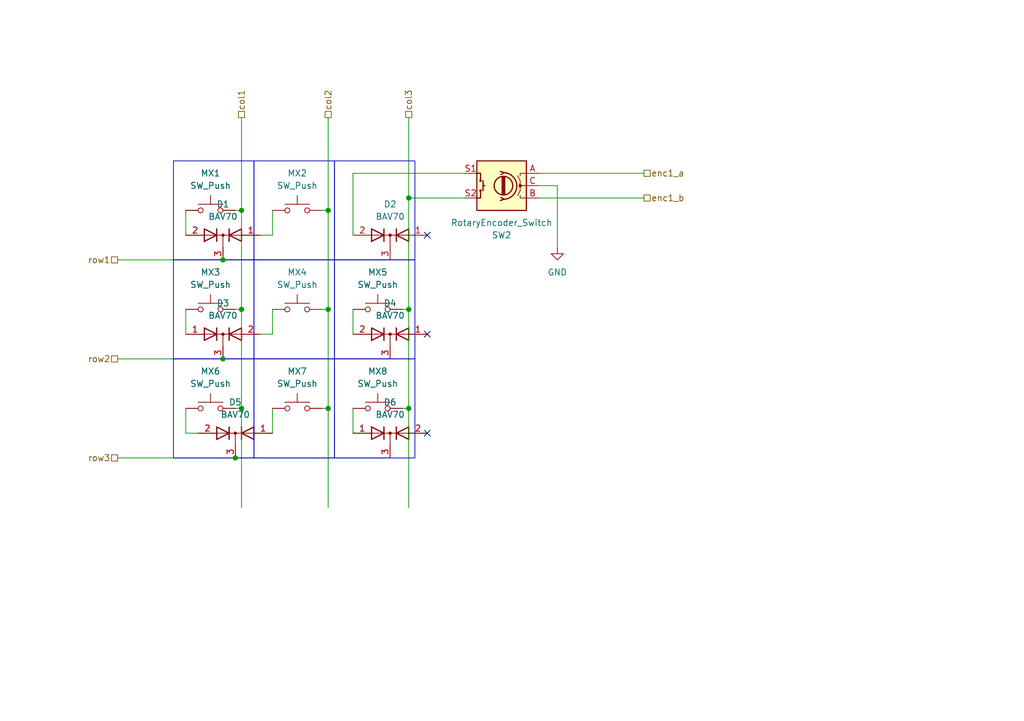
<source format=kicad_sch>
(kicad_sch (version 20231120) (generator "eeschema") (generator_version "8.0")
  (paper "A5")
  (lib_symbols
    (symbol "Device:RotaryEncoder_Switch" (pin_names (offset 0.254) hide)
      (property "Reference" "SW" (at 0 6.604 0))
      (property "Value" "RotaryEncoder_Switch" (at 0 -6.604 0))
      (symbol "RotaryEncoder_Switch_0_1"
        (rectangle (start -5.08 5.08) (end 5.08 -5.08) (stroke (width 0.254)) (fill (type background)))
        (circle (center -3.81 0) (radius 0.254) (fill (type outline)))
        (circle (center -0.381 0) (radius 1.905) (stroke (width 0.254)))
        (arc (start -0.381 2.667) (mid -3.0988 -0.0635) (end -0.381 -2.794) (stroke (width 0.254)))
        (polyline (pts (xy -0.635 -1.778) (xy -0.635 1.778)) (stroke (width 0.254)))
        (polyline (pts (xy -0.381 -1.778) (xy -0.381 1.778)) (stroke (width 0.254)))
        (polyline (pts (xy -0.127 1.778) (xy -0.127 -1.778)) (stroke (width 0.254)))
        (polyline (pts (xy 3.81 0) (xy 3.429 0)) (stroke (width 0.254)))
        (polyline (pts (xy 3.81 1.016) (xy 3.81 -1.016)) (stroke (width 0.254)))
        (polyline (pts (xy -5.08 -2.54) (xy -3.81 -2.54) (xy -3.81 -2.032)))
        (polyline (pts (xy -5.08 2.54) (xy -3.81 2.54) (xy -3.81 2.032)))
        (polyline (pts (xy 0.254 -3.048) (xy -0.508 -2.794) (xy 0.127 -2.413)) (stroke (width 0.254)))
        (polyline (pts (xy 0.254 2.921) (xy -0.508 2.667) (xy 0.127 2.286)) (stroke (width 0.254)))
        (polyline (pts (xy 5.08 -2.54) (xy 4.318 -2.54) (xy 4.318 -1.016)) (stroke (width 0.254)))
        (polyline (pts (xy 5.08 2.54) (xy 4.318 2.54) (xy 4.318 1.016)) (stroke (width 0.254)))
        (polyline (pts (xy -5.08 0) (xy -3.81 0) (xy -3.81 -1.016) (xy -3.302 -2.032)))
        (polyline (pts (xy -4.318 0) (xy -3.81 0) (xy -3.81 1.016) (xy -3.302 2.032)))
        (circle (center 4.318 -1.016) (radius 0.127) (stroke (width 0.254)))
        (circle (center 4.318 1.016) (radius 0.127) (stroke (width 0.254)))
      )
      (symbol "RotaryEncoder_Switch_1_1"
        (pin passive line (at -7.62 2.54 0) (length 2.54) (name "A") (number "A"))
        (pin passive line (at -7.62 -2.54 0) (length 2.54) (name "B") (number "B"))
        (pin passive line (at -7.62 0 0) (length 2.54) (name "C") (number "C"))
        (pin passive line (at 7.62 2.54 180) (length 2.54) (name "S1") (number "S1"))
        (pin passive line (at 7.62 -2.54 180) (length 2.54) (name "S2") (number "S2"))
      )
    )
    (symbol "Diode:BAV70" (pin_names hide)
      (property "Reference" "D" (at 0.635 -2.54 0))
      (property "Value" "BAV70" (at 0 2.54 0))
      (symbol "BAV70_0_1"
        (polyline (pts (xy -3.81 0) (xy 3.81 0)))
        (polyline (pts (xy 0 0) (xy 0 -2.54)))
        (polyline (pts (xy -1.27 -1.27) (xy -1.27 1.27) (xy -1.27 1.27)) (stroke (width 0.254)))
        (polyline (pts (xy 1.27 -1.27) (xy 1.27 1.27) (xy 1.27 1.27)) (stroke (width 0.254)))
        (polyline (pts (xy -3.81 1.27) (xy -1.27 0) (xy -3.81 -1.27) (xy -3.81 1.27) (xy -3.81 1.27) (xy -3.81 1.27)) (stroke (width 0.254)))
        (polyline (pts (xy 3.81 -1.27) (xy 1.27 0) (xy 3.81 1.27) (xy 3.81 -1.27) (xy 3.81 -1.27) (xy 3.81 -1.27)) (stroke (width 0.254)))
        (circle (center 0 0) (radius 0.254) (fill (type outline)))
        (pin passive line (at -7.62 0 0) (length 3.81) (name "A") (number "1"))
        (pin passive line (at 7.62 0 180) (length 3.81) (name "A") (number "2"))
        (pin passive line (at 0 -5.08 90) (length 2.54) (name "K") (number "3"))
      )
    )
    (symbol "Switch:SW_Push" (pin_numbers hide) (pin_names (offset 1.016) hide)
      (property "Reference" "SW" (at 1.27 2.54 0))
      (property "Value" "SW_Push" (at 0 -1.524 0))
      (symbol "SW_Push_0_1"
        (circle (center -2.032 0) (radius 0.508))
        (polyline (pts (xy 0 1.27) (xy 0 3.048)))
        (polyline (pts (xy 2.54 1.27) (xy -2.54 1.27)))
        (circle (center 2.032 0) (radius 0.508))
        (pin passive line (at -5.08 0 0) (length 2.54) (name "1") (number "1"))
        (pin passive line (at 5.08 0 180) (length 2.54) (name "2") (number "2"))
      )
    )
    (symbol "power:GND" (power) (pin_numbers hide) (pin_names (offset 0) hide)
      (property "Value" "GND" (at 0 -3.81 0))
      (symbol "GND_0_1"
        (polyline (pts (xy 0 0) (xy 0 -1.27) (xy 1.27 -1.27) (xy 0 -2.54) (xy -1.27 -1.27) (xy 0 -1.27)))
      )
      (symbol "GND_1_1"
        (pin power_in line (at 0 0 270) (length 0) (name "~") (number "1"))
      )
    )
  )
  (junction (at 83.82 40.64))
  (junction (at 83.82 83.82))
  (junction (at 49.53 43.18))
  (junction (at 49.53 83.82))
  (junction (at 83.82 63.5))
  (junction (at 48.26 93.98))
  (junction (at 45.72 73.66))
  (junction (at 45.72 53.34))
  (junction (at 49.53 63.5))
  (junction (at 67.31 63.5))
  (junction (at 67.31 83.82))
  (junction (at 67.31 43.18))
  (no_connect (at 87.63 48.26))
  (no_connect (at 87.63 68.58))
  (no_connect (at 87.63 88.9))
  (wire (pts (xy 55.88 63.5) (xy 55.88 68.58)))
  (wire (pts (xy 66.04 63.5) (xy 67.31 63.5)))
  (wire (pts (xy 40.64 88.9) (xy 38.1 88.9)))
  (wire (pts (xy 83.82 63.5) (xy 83.82 83.82)))
  (wire (pts (xy 110.49 38.1) (xy 114.3 38.1)))
  (wire (pts (xy 49.53 83.82) (xy 49.53 104.14)))
  (wire (pts (xy 53.34 48.26) (xy 55.88 48.26)))
  (wire (pts (xy 72.39 83.82) (xy 72.39 88.9)))
  (wire (pts (xy 55.88 83.82) (xy 55.88 88.9)))
  (wire (pts (xy 45.72 53.34) (xy 80.01 53.34)))
  (wire (pts (xy 83.82 24.13) (xy 83.82 40.64)))
  (wire (pts (xy 66.04 83.82) (xy 67.31 83.82)))
  (wire (pts (xy 72.39 63.5) (xy 72.39 68.58)))
  (wire (pts (xy 48.26 63.5) (xy 49.53 63.5)))
  (wire (pts (xy 67.31 43.18) (xy 67.31 63.5)))
  (wire (pts (xy 67.31 83.82) (xy 67.31 104.14)))
  (wire (pts (xy 49.53 63.5) (xy 49.53 83.82)))
  (wire (pts (xy 53.34 68.58) (xy 55.88 68.58)))
  (wire (pts (xy 48.26 43.18) (xy 49.53 43.18)))
  (wire (pts (xy 55.88 43.18) (xy 55.88 48.26)))
  (wire (pts (xy 83.82 40.64) (xy 83.82 63.5)))
  (wire (pts (xy 83.82 40.64) (xy 95.25 40.64)))
  (wire (pts (xy 72.39 35.56) (xy 72.39 48.26)))
  (wire (pts (xy 38.1 88.9) (xy 38.1 83.82)))
  (wire (pts (xy 24.13 53.34) (xy 45.72 53.34)))
  (wire (pts (xy 66.04 43.18) (xy 67.31 43.18)))
  (wire (pts (xy 67.31 24.13) (xy 67.31 43.18)))
  (wire (pts (xy 24.13 93.98) (xy 48.26 93.98)))
  (wire (pts (xy 83.82 83.82) (xy 83.82 104.14)))
  (wire (pts (xy 48.26 83.82) (xy 49.53 83.82)))
  (wire (pts (xy 132.08 35.56) (xy 110.49 35.56)))
  (wire (pts (xy 45.72 73.66) (xy 80.01 73.66)))
  (wire (pts (xy 67.31 63.5) (xy 67.31 83.82)))
  (wire (pts (xy 114.3 38.1) (xy 114.3 50.8)))
  (wire (pts (xy 24.13 73.66) (xy 45.72 73.66)))
  (wire (pts (xy 48.26 93.98) (xy 80.01 93.98)))
  (wire (pts (xy 49.53 43.18) (xy 49.53 63.5)))
  (wire (pts (xy 38.1 63.5) (xy 38.1 68.58)))
  (wire (pts (xy 82.55 63.5) (xy 83.82 63.5)))
  (wire (pts (xy 49.53 24.13) (xy 49.53 43.18)))
  (wire (pts (xy 110.49 40.64) (xy 132.08 40.64)))
  (wire (pts (xy 72.39 35.56) (xy 95.25 35.56)))
  (wire (pts (xy 38.1 43.18) (xy 38.1 48.26)))
  (wire (pts (xy 82.55 83.82) (xy 83.82 83.82)))
  (rectangle (start 35.56 73.66) (end 52.07 93.98))
  (rectangle (start 35.56 33.02) (end 52.07 53.34))
  (rectangle (start 68.58 73.66) (end 85.09 93.98))
  (rectangle (start 52.07 53.34) (end 68.58 73.66))
  (rectangle (start 68.58 53.34) (end 85.09 73.66))
  (rectangle (start 35.56 53.34) (end 52.07 73.66))
  (rectangle (start 68.58 33.02) (end 85.09 53.34))
  (rectangle (start 52.07 33.02) (end 68.58 53.34))
  (rectangle (start 52.07 73.66) (end 68.58 93.98))
  (hierarchical_label "col2" (shape passive) (at 67.31 24.13 90))
  (hierarchical_label "enc1_a" (shape passive) (at 132.08 35.56 0))
  (hierarchical_label "col3" (shape passive) (at 83.82 24.13 90))
  (hierarchical_label "row2" (shape passive) (at 24.13 73.66 180))
  (hierarchical_label "col1" (shape passive) (at 49.53 24.13 90))
  (hierarchical_label "row1" (shape passive) (at 24.13 53.34 180))
  (hierarchical_label "enc1_b" (shape passive) (at 132.08 40.64 0))
  (hierarchical_label "row3" (shape passive) (at 24.13 93.98 180))
  (symbol (lib_id "Diode:BAV70") (at 80.01 68.58 0) (mirror y) (unit 1)
    (property "Reference" "D4" (at 80.01 62.23 0))
    (property "Value" "BAV70" (at 80.01 64.77 0))
    (property "Footprint" "Package_TO_SOT_SMD:SOT-23" (effects (hide yes)))
    (property "Datasheet" "https://assets.nexperia.com/documents/data-sheet/BAV70_SER.pdf" (effects (hide yes)))
    (property "Description" "Dual 100V 215mA high-speed switching diodes, common cathode, SOT-23" (effects (hide yes)))
  )
  (symbol (lib_id "Switch:SW_Push") (at 77.47 83.82 0) (unit 1)
    (property "Reference" "MX8" (at 77.47 76.2 0))
    (property "Value" "SW_Push" (at 77.47 78.74 0))
    (property "Footprint" "PCM_Switch_Keyboard_Hotswap_Kailh:SW_Hotswap_Kailh_MX_1.00u" (effects (hide yes)))
    (property "Description" "Push button switch, generic, two pins" (effects (hide yes)))
  )
  (symbol (lib_id "Switch:SW_Push") (at 60.96 43.18 0) (unit 1)
    (property "Reference" "MX2" (at 60.96 35.56 0))
    (property "Value" "SW_Push" (at 60.96 38.1 0))
    (property "Footprint" "PCM_Switch_Keyboard_Hotswap_Kailh:SW_Hotswap_Kailh_MX_1.00u" (effects (hide yes)))
    (property "Description" "Push button switch, generic, two pins" (effects (hide yes)))
  )
  (symbol (lib_id "Diode:BAV70") (at 80.01 48.26 0) (mirror y) (unit 1)
    (property "Reference" "D2" (at 80.01 41.91 0))
    (property "Value" "BAV70" (at 80.01 44.45 0))
    (property "Footprint" "Package_TO_SOT_SMD:SOT-23" (effects (hide yes)))
    (property "Datasheet" "https://assets.nexperia.com/documents/data-sheet/BAV70_SER.pdf" (effects (hide yes)))
    (property "Description" "Dual 100V 215mA high-speed switching diodes, common cathode, SOT-23" (effects (hide yes)))
  )
  (symbol (lib_id "Switch:SW_Push") (at 60.96 63.5 0) (mirror y) (unit 1)
    (property "Reference" "MX4" (at 60.96 55.88 0))
    (property "Value" "SW_Push" (at 60.96 58.42 0))
    (property "Footprint" "PCM_Switch_Keyboard_Hotswap_Kailh:SW_Hotswap_Kailh_MX_1.00u" (effects (hide yes)))
    (property "Description" "Push button switch, generic, two pins" (effects (hide yes)))
  )
  (symbol (lib_id "power:GND") (at 114.3 50.8 0) (unit 1)
    (property "Reference" "#PWR013" (effects (hide yes)))
    (property "Value" "GND" (at 114.3 55.88 0))
    (property "Description" "Power symbol creates a global label with name \"GND\" , ground" (effects (hide yes)))
  )
  (symbol (lib_id "Switch:SW_Push") (at 43.18 43.18 0) (mirror y) (unit 1)
    (property "Reference" "MX1" (at 43.18 35.56 0))
    (property "Value" "SW_Push" (at 43.18 38.1 0))
    (property "Footprint" "PCM_Switch_Keyboard_Hotswap_Kailh:SW_Hotswap_Kailh_MX_1.00u" (effects (hide yes)))
    (property "Description" "Push button switch, generic, two pins" (effects (hide yes)))
  )
  (symbol (lib_id "Diode:BAV70") (at 80.01 88.9 0) (unit 1)
    (property "Reference" "D6" (at 80.01 82.55 0))
    (property "Value" "BAV70" (at 80.01 85.09 0))
    (property "Footprint" "Package_TO_SOT_SMD:SOT-23" (effects (hide yes)))
    (property "Datasheet" "https://assets.nexperia.com/documents/data-sheet/BAV70_SER.pdf" (effects (hide yes)))
    (property "Description" "Dual 100V 215mA high-speed switching diodes, common cathode, SOT-23" (effects (hide yes)))
  )
  (symbol (lib_id "Switch:SW_Push") (at 43.18 63.5 0) (unit 1)
    (property "Reference" "MX3" (at 43.18 55.88 0))
    (property "Value" "SW_Push" (at 43.18 58.42 0))
    (property "Footprint" "PCM_Switch_Keyboard_Hotswap_Kailh:SW_Hotswap_Kailh_MX_1.00u" (effects (hide yes)))
    (property "Description" "Push button switch, generic, two pins" (effects (hide yes)))
  )
  (symbol (lib_id "Switch:SW_Push") (at 77.47 63.5 0) (mirror y) (unit 1)
    (property "Reference" "MX5" (at 77.47 55.88 0))
    (property "Value" "SW_Push" (at 77.47 58.42 0))
    (property "Footprint" "PCM_Switch_Keyboard_Hotswap_Kailh:SW_Hotswap_Kailh_MX_1.00u" (effects (hide yes)))
    (property "Description" "Push button switch, generic, two pins" (effects (hide yes)))
  )
  (symbol (lib_id "Diode:BAV70") (at 45.72 48.26 0) (mirror y) (unit 1)
    (property "Reference" "D1" (at 45.72 41.91 0))
    (property "Value" "BAV70" (at 45.72 44.45 0))
    (property "Footprint" "Package_TO_SOT_SMD:SOT-23" (effects (hide yes)))
    (property "Datasheet" "https://assets.nexperia.com/documents/data-sheet/BAV70_SER.pdf" (effects (hide yes)))
    (property "Description" "Dual 100V 215mA high-speed switching diodes, common cathode, SOT-23" (effects (hide yes)))
  )
  (symbol (lib_id "Diode:BAV70") (at 45.72 68.58 0) (unit 1)
    (property "Reference" "D3" (at 45.72 62.23 0))
    (property "Value" "BAV70" (at 45.72 64.77 0))
    (property "Footprint" "Package_TO_SOT_SMD:SOT-23" (effects (hide yes)))
    (property "Datasheet" "https://assets.nexperia.com/documents/data-sheet/BAV70_SER.pdf" (effects (hide yes)))
    (property "Description" "Dual 100V 215mA high-speed switching diodes, common cathode, SOT-23" (effects (hide yes)))
  )
  (symbol (lib_id "Device:RotaryEncoder_Switch") (at 102.87 38.1 0) (mirror y) (unit 1)
    (property "Reference" "SW2" (at 102.87 48.26 0))
    (property "Value" "RotaryEncoder_Switch" (at 102.87 45.72 0))
    (property "Footprint" "Rotary_Encoder:RotaryEncoder_Alps_EC11E-Switch_Vertical_H20mm" (effects (hide yes)))
    (property "Description" "Rotary encoder, dual channel, incremental quadrate outputs, with switch" (effects (hide yes)))
  )
  (symbol (lib_id "Diode:BAV70") (at 48.26 88.9 0) (mirror y) (unit 1)
    (property "Reference" "D5" (at 48.26 82.55 0))
    (property "Value" "BAV70" (at 48.26 85.09 0))
    (property "Footprint" "Package_TO_SOT_SMD:SOT-23" (effects (hide yes)))
    (property "Datasheet" "https://assets.nexperia.com/documents/data-sheet/BAV70_SER.pdf" (effects (hide yes)))
    (property "Description" "Dual 100V 215mA high-speed switching diodes, common cathode, SOT-23" (effects (hide yes)))
  )
  (symbol (lib_id "Switch:SW_Push") (at 43.18 83.82 0) (mirror y) (unit 1)
    (property "Reference" "MX6" (at 43.18 76.2 0))
    (property "Value" "SW_Push" (at 43.18 78.74 0))
    (property "Footprint" "PCM_Switch_Keyboard_Hotswap_Kailh:SW_Hotswap_Kailh_MX_1.00u" (effects (hide yes)))
    (property "Description" "Push button switch, generic, two pins" (effects (hide yes)))
  )
  (symbol (lib_id "Switch:SW_Push") (at 60.96 83.82 0) (unit 1)
    (property "Reference" "MX7" (at 60.96 76.2 0))
    (property "Value" "SW_Push" (at 60.96 78.74 0))
    (property "Footprint" "PCM_Switch_Keyboard_Hotswap_Kailh:SW_Hotswap_Kailh_MX_1.00u" (effects (hide yes)))
    (property "Description" "Push button switch, generic, two pins" (effects (hide yes)))
  )
)
</source>
